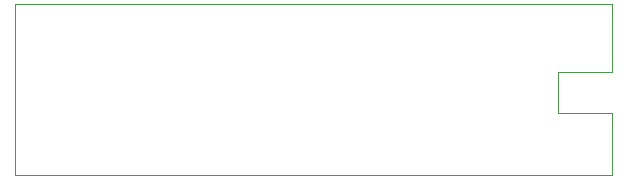
<source format=gko>
%TF.GenerationSoftware,KiCad,Pcbnew,(5.1.6-0-10_14)*%
%TF.CreationDate,2020-09-11T15:14:46+09:00*%
%TF.ProjectId,teabiscuits_dac_mcp48,74656162-6973-4637-9569-74735f646163,rev?*%
%TF.SameCoordinates,Original*%
%TF.FileFunction,Profile,NP*%
%FSLAX46Y46*%
G04 Gerber Fmt 4.6, Leading zero omitted, Abs format (unit mm)*
G04 Created by KiCad (PCBNEW (5.1.6-0-10_14)) date 2020-09-11 15:14:46*
%MOMM*%
%LPD*%
G01*
G04 APERTURE LIST*
%TA.AperFunction,Profile*%
%ADD10C,0.050000*%
%TD*%
%TA.AperFunction,Profile*%
%ADD11C,0.100000*%
%TD*%
G04 APERTURE END LIST*
D10*
X179750000Y-110000000D02*
X179700000Y-110000000D01*
X179750000Y-104250000D02*
X179750000Y-110000000D01*
X179500000Y-104250000D02*
X179750000Y-104250000D01*
X129250000Y-104250000D02*
X179500000Y-104250000D01*
X179700000Y-113500000D02*
X179750000Y-113500000D01*
X179750000Y-118750000D02*
X179750000Y-113500000D01*
X129250000Y-118750000D02*
X179750000Y-118750000D01*
X129250000Y-104250000D02*
X129250000Y-118750000D01*
D11*
%TO.C,Je*%
X175200000Y-113500000D02*
X179700000Y-113500000D01*
X175200000Y-110000000D02*
X175200000Y-113500000D01*
X179700000Y-110000000D02*
X175200000Y-110000000D01*
%TD*%
M02*

</source>
